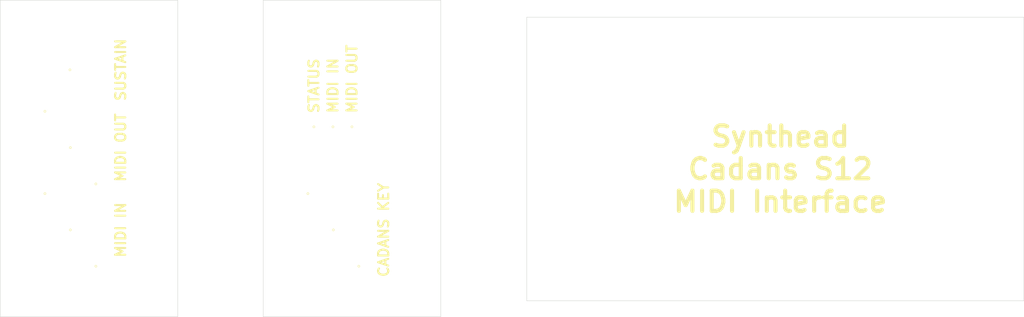
<source format=kicad_pcb>
(kicad_pcb (version 20171130) (host pcbnew 5.1.6)

  (general
    (thickness 1.6)
    (drawings 87)
    (tracks 0)
    (zones 0)
    (modules 0)
    (nets 1)
  )

  (page A4)
  (title_block
    (title "Synthead Cadans S12 MIDI Interface (enclosure)")
    (date 2020-08-24)
    (rev 1)
  )

  (layers
    (0 F.Cu signal)
    (31 B.Cu signal)
    (32 B.Adhes user)
    (33 F.Adhes user)
    (34 B.Paste user)
    (35 F.Paste user)
    (36 B.SilkS user)
    (37 F.SilkS user)
    (38 B.Mask user)
    (39 F.Mask user)
    (40 Dwgs.User user)
    (41 Cmts.User user)
    (42 Eco1.User user)
    (43 Eco2.User user)
    (44 Edge.Cuts user)
    (45 Margin user)
    (46 B.CrtYd user)
    (47 F.CrtYd user)
    (48 B.Fab user)
    (49 F.Fab user)
  )

  (setup
    (last_trace_width 0.25)
    (trace_clearance 0.2)
    (zone_clearance 0.508)
    (zone_45_only no)
    (trace_min 0.2)
    (via_size 0.8)
    (via_drill 0.4)
    (via_min_size 0.4)
    (via_min_drill 0.3)
    (uvia_size 0.3)
    (uvia_drill 0.1)
    (uvias_allowed no)
    (uvia_min_size 0.2)
    (uvia_min_drill 0.1)
    (edge_width 0.05)
    (segment_width 0.2)
    (pcb_text_width 0.3)
    (pcb_text_size 1.5 1.5)
    (mod_edge_width 0.12)
    (mod_text_size 1 1)
    (mod_text_width 0.15)
    (pad_size 1.524 1.524)
    (pad_drill 0.762)
    (pad_to_mask_clearance 0.05)
    (aux_axis_origin 0 0)
    (visible_elements FFFFFF7F)
    (pcbplotparams
      (layerselection 0x010fc_ffffffff)
      (usegerberextensions false)
      (usegerberattributes true)
      (usegerberadvancedattributes true)
      (creategerberjobfile true)
      (excludeedgelayer true)
      (linewidth 0.100000)
      (plotframeref false)
      (viasonmask false)
      (mode 1)
      (useauxorigin false)
      (hpglpennumber 1)
      (hpglpenspeed 20)
      (hpglpendiameter 15.000000)
      (psnegative false)
      (psa4output false)
      (plotreference true)
      (plotvalue true)
      (plotinvisibletext false)
      (padsonsilk false)
      (subtractmaskfromsilk false)
      (outputformat 1)
      (mirror false)
      (drillshape 1)
      (scaleselection 1)
      (outputdirectory ""))
  )

  (net 0 "")

  (net_class Default "This is the default net class."
    (clearance 0.2)
    (trace_width 0.25)
    (via_dia 0.8)
    (via_drill 0.4)
    (uvia_dia 0.3)
    (uvia_drill 0.1)
  )

  (gr_line (start 150.876 134.366) (end 150.876 63.246) (layer Edge.Cuts) (width 0.1) (tstamp 5F43EF28))
  (gr_line (start 275.336 134.366) (end 150.876 134.366) (layer Edge.Cuts) (width 0.1) (tstamp 5F43EF27))
  (gr_text "Synthead\nCadans S12\nMIDI Interface" (at 214.376 101.346) (layer F.SilkS) (tstamp 5F43EF26)
    (effects (font (size 5.08 5.08) (thickness 1.016)))
  )
  (gr_line (start 275.336 63.246) (end 275.336 134.366) (layer Edge.Cuts) (width 0.1) (tstamp 5F43EF25))
  (gr_line (start 150.876 63.246) (end 275.336 63.246) (layer Edge.Cuts) (width 0.1) (tstamp 5F43EF24))
  (gr_line (start 91.2495 65.3415) (end 91.2495 62.1665) (layer Dwgs.User) (width 0.15) (tstamp 5F43F0B0))
  (gr_line (start 122.9995 62.1665) (end 91.2495 62.1665) (layer Dwgs.User) (width 0.15) (tstamp 5F43F170))
  (gr_line (start 86.487 132.0165) (end 91.2495 132.0165) (layer Dwgs.User) (width 0.15) (tstamp 5F43F16D))
  (gr_line (start 86.487 65.3415) (end 86.487 132.0165) (layer Dwgs.User) (width 0.15) (tstamp 5F43F0FE))
  (gr_line (start 86.487 65.3415) (end 91.2495 65.3415) (layer Dwgs.User) (width 0.15) (tstamp 5F43F107))
  (gr_line (start 122.9995 135.1915) (end 122.9995 62.1665) (layer Dwgs.User) (width 0.15) (tstamp 5F43F10A))
  (gr_line (start 91.2495 135.1915) (end 122.9995 135.1915) (layer Dwgs.User) (width 0.15) (tstamp 5F43F0AD))
  (gr_line (start 129.3495 138.3665) (end 84.8995 138.3665) (layer Edge.Cuts) (width 0.1) (tstamp 5F43F104))
  (gr_line (start 129.3495 58.9915) (end 129.3495 138.3665) (layer Edge.Cuts) (width 0.1) (tstamp 5F43F101))
  (gr_line (start 91.2495 132.0165) (end 91.2495 135.1915) (layer Dwgs.User) (width 0.15) (tstamp 5F43F0C5))
  (gr_line (start 84.8995 138.3665) (end 84.8995 58.9915) (layer Edge.Cuts) (width 0.1) (tstamp 5F43F0C2))
  (gr_line (start 84.8995 58.9915) (end 129.3495 58.9915) (layer Edge.Cuts) (width 0.1) (tstamp 5F43F0BF))
  (gr_circle (center 107.1245 90.7415) (end 107.1245 90.4875) (layer F.SilkS) (width 0.12) (tstamp 5F43F0EF))
  (gr_circle (center 102.362 90.7415) (end 102.362 90.4875) (layer F.SilkS) (width 0.12) (tstamp 5F43F0EC))
  (gr_circle (center 97.5995 90.7415) (end 97.5995 90.4875) (layer F.SilkS) (width 0.12) (tstamp 5F43F0E9))
  (gr_text "MIDI OUT" (at 107.1245 87.5665 90) (layer F.SilkS) (tstamp 5F43F119)
    (effects (font (size 2.54 2.54) (thickness 0.508)) (justify left))
  )
  (gr_text "MIDI IN" (at 102.362 87.5665 90) (layer F.SilkS) (tstamp 5F43F116)
    (effects (font (size 2.54 2.54) (thickness 0.508)) (justify left))
  )
  (gr_text STATUS (at 97.5995 87.5665 90) (layer F.SilkS) (tstamp 5F43F113)
    (effects (font (size 2.54 2.54) (thickness 0.508)) (justify left))
  )
  (gr_circle (center 107.1245 90.7415) (end 108.712 90.7415) (layer Dwgs.User) (width 0.15) (tstamp 5F43F110))
  (gr_circle (center 102.362 90.7415) (end 103.9495 90.7415) (layer Dwgs.User) (width 0.15) (tstamp 5F43F125))
  (gr_circle (center 97.5995 90.7415) (end 99.187 90.7415) (layer Dwgs.User) (width 0.15) (tstamp 5F43F122))
  (gr_circle (center 108.848248 125.694631) (end 109.056312 125.548943) (layer F.SilkS) (width 0.12) (tstamp 5F43F11F))
  (gr_circle (center 96.100511 107.488977) (end 95.37207 106.448651) (layer Dwgs.User) (width 0.15) (tstamp 5F43F15E))
  (gr_line (start 98.70402 125.045778) (end 108.458396 127.905586) (layer Dwgs.User) (width 0.15) (tstamp 5F43F15B))
  (gr_circle (center 102.47438 116.591802) (end 102.682444 116.446116) (layer F.SilkS) (width 0.12) (tstamp 5F43F158))
  (gr_line (start 93.889554 107.099123) (end 93.240703 117.243354) (layer Dwgs.User) (width 0.15) (tstamp 5F43F0CE))
  (gr_arc (start 108.848248 125.694631) (end 108.458396 127.905586) (angle -90) (layer Dwgs.User) (width 0.15) (tstamp 5F43F0CB))
  (gr_arc (start 102.47438 116.591802) (end 93.240704 117.243355) (angle -61.92751306) (layer Dwgs.User) (width 0.15) (tstamp 5F43F0C8))
  (gr_circle (center 96.100511 107.488977) (end 96.308577 107.343288) (layer F.SilkS) (width 0.12) (tstamp 5F43F152))
  (gr_text "CADANS KEY" (at 115.062 116.586 90) (layer F.SilkS) (tstamp 5F43F14F)
    (effects (font (size 2.54 2.54) (thickness 0.508)))
  )
  (gr_line (start 111.059202 126.084482) (end 111.708056 115.940252) (layer Dwgs.User) (width 0.15) (tstamp 5F43F14C))
  (gr_circle (center 108.848248 125.694631) (end 108.119805 124.654307) (layer Dwgs.User) (width 0.15) (tstamp 5F43F149))
  (gr_arc (start 102.47438 116.591802) (end 111.708055 115.940252) (angle -61.92751306) (layer Dwgs.User) (width 0.15) (tstamp 5F43F1A0))
  (gr_circle (center 102.47438 116.591802) (end 108.976399 112.03904) (layer Dwgs.User) (width 0.15) (tstamp 5F43F19D))
  (gr_line (start 106.244741 108.137829) (end 96.490363 105.27802) (layer Dwgs.User) (width 0.15) (tstamp 5F43F19A))
  (gr_arc (start 96.100511 107.488977) (end 96.490363 105.27802) (angle -90) (layer Dwgs.User) (width 0.15) (tstamp 5F43F197))
  (gr_text SUSTAIN (at 49.2252 76.454 90) (layer F.SilkS) (tstamp 5F43F10D)
    (effects (font (size 2.54 2.54) (thickness 0.508)))
  )
  (gr_text "MIDI OUT" (at 49.2252 95.9485 90) (layer F.SilkS) (tstamp 5F43F11C)
    (effects (font (size 2.54 2.54) (thickness 0.508)))
  )
  (gr_text "MIDI IN" (at 49.2252 116.586 90) (layer F.SilkS) (tstamp 5F43F155)
    (effects (font (size 2.54 2.54) (thickness 0.508)))
  )
  (gr_circle (center 36.5252 76.454) (end 33.3502 76.454) (layer Dwgs.User) (width 0.15) (tstamp 5F43F16A))
  (gr_circle (center 36.5252 76.454) (end 46.0502 76.454) (layer Dwgs.User) (width 0.15) (tstamp 5F43F167))
  (gr_circle (center 36.5252 76.454) (end 36.5252 76.2) (layer F.SilkS) (width 0.12) (tstamp 5F43F164))
  (gr_circle (center 43.011448 105.057131) (end 43.219512 104.911443) (layer F.SilkS) (width 0.12) (tstamp 5F43F161))
  (gr_circle (center 30.263711 86.851477) (end 29.53527 85.811151) (layer Dwgs.User) (width 0.15) (tstamp 5F43F188))
  (gr_line (start 32.86722 104.408278) (end 42.621596 107.268086) (layer Dwgs.User) (width 0.15) (tstamp 5F43F185))
  (gr_circle (center 36.63758 95.954302) (end 36.845644 95.808616) (layer F.SilkS) (width 0.12) (tstamp 5F43F182))
  (gr_line (start 28.052754 86.461623) (end 27.403903 96.605854) (layer Dwgs.User) (width 0.15) (tstamp 5F43F17F))
  (gr_arc (start 43.011448 105.057131) (end 42.621596 107.268086) (angle -90) (layer Dwgs.User) (width 0.15) (tstamp 5F43F0E6))
  (gr_arc (start 36.63758 95.954302) (end 27.403904 96.605855) (angle -61.92751306) (layer Dwgs.User) (width 0.15) (tstamp 5F43F0E3))
  (gr_circle (center 30.263711 86.851477) (end 30.471777 86.705788) (layer F.SilkS) (width 0.12) (tstamp 5F43F0E0))
  (gr_line (start 45.222402 105.446982) (end 45.871256 95.302752) (layer Dwgs.User) (width 0.15) (tstamp 5F43F0DD))
  (gr_circle (center 43.011448 105.057131) (end 42.283005 104.016807) (layer Dwgs.User) (width 0.15) (tstamp 5F43F146))
  (gr_arc (start 36.63758 95.954302) (end 45.871255 95.302752) (angle -61.92751306) (layer Dwgs.User) (width 0.15) (tstamp 5F43F143))
  (gr_circle (center 36.63758 95.954302) (end 43.139599 91.40154) (layer Dwgs.User) (width 0.15) (tstamp 5F43F140))
  (gr_line (start 40.407941 87.500329) (end 30.653563 84.64052) (layer Dwgs.User) (width 0.15) (tstamp 5F43F13D))
  (gr_arc (start 30.263711 86.851477) (end 30.653563 84.64052) (angle -90) (layer Dwgs.User) (width 0.15) (tstamp 5F43F0FB))
  (gr_arc (start 43.011448 125.694631) (end 42.621596 127.905586) (angle -90) (layer Dwgs.User) (width 0.15) (tstamp 5F43F0F8))
  (gr_line (start 28.052754 107.099123) (end 27.403903 117.243354) (layer Dwgs.User) (width 0.15) (tstamp 5F43F0F5))
  (gr_line (start 32.86722 125.045778) (end 42.621596 127.905586) (layer Dwgs.User) (width 0.15) (tstamp 5F43F0F2))
  (gr_line (start 45.222402 126.084482) (end 45.871256 115.940252) (layer Dwgs.User) (width 0.15) (tstamp 5F43F17C))
  (gr_arc (start 36.63758 116.591802) (end 27.403904 117.243355) (angle -61.92751306) (layer Dwgs.User) (width 0.15) (tstamp 5F43F179))
  (gr_circle (center 36.63758 116.591802) (end 43.139599 112.03904) (layer Dwgs.User) (width 0.15) (tstamp 5F43F176))
  (gr_circle (center 43.011448 125.694631) (end 43.219512 125.548943) (layer F.SilkS) (width 0.12) (tstamp 5F43F173))
  (gr_line (start 40.407941 108.137829) (end 30.653563 105.27802) (layer Dwgs.User) (width 0.15) (tstamp 5F43F0BC))
  (gr_circle (center 30.263711 107.488977) (end 30.471777 107.343288) (layer F.SilkS) (width 0.12) (tstamp 5F43F0B9))
  (gr_circle (center 43.011448 125.694631) (end 42.283005 124.654307) (layer Dwgs.User) (width 0.15) (tstamp 5F43F0B6))
  (gr_circle (center 36.63758 116.591802) (end 36.845644 116.446116) (layer F.SilkS) (width 0.12) (tstamp 5F43F0B3))
  (gr_arc (start 36.63758 116.591802) (end 45.871255 115.940252) (angle -61.92751306) (layer Dwgs.User) (width 0.15) (tstamp 5F43F0DA))
  (gr_arc (start 30.263711 107.488977) (end 30.653563 105.27802) (angle -90) (layer Dwgs.User) (width 0.15) (tstamp 5F43F0D7))
  (gr_circle (center 30.263711 107.488977) (end 29.53527 106.448651) (layer Dwgs.User) (width 0.15) (tstamp 5F43F0D4))
  (gr_line (start 25.4127 132.0165) (end 25.4127 135.1915) (layer Dwgs.User) (width 0.15) (tstamp 5F43F0D1))
  (gr_line (start 20.6502 132.0165) (end 25.4127 132.0165) (layer Dwgs.User) (width 0.15) (tstamp 5F43F131))
  (gr_line (start 57.1627 135.1915) (end 57.1627 62.1665) (layer Dwgs.User) (width 0.15) (tstamp 5F43F12E))
  (gr_line (start 25.4127 135.1915) (end 57.1627 135.1915) (layer Dwgs.User) (width 0.15) (tstamp 5F43F12B))
  (gr_line (start 25.4127 65.3415) (end 25.4127 62.1665) (layer Dwgs.User) (width 0.15) (tstamp 5F43F128))
  (gr_line (start 20.6502 65.3415) (end 25.4127 65.3415) (layer Dwgs.User) (width 0.15) (tstamp 5F43F194))
  (gr_line (start 57.1627 62.1665) (end 25.4127 62.1665) (layer Dwgs.User) (width 0.15) (tstamp 5F43F191))
  (gr_line (start 20.6502 65.3415) (end 20.6502 132.0165) (layer Dwgs.User) (width 0.15) (tstamp 5F43F18E))
  (gr_line (start 19.0627 58.9915) (end 63.5127 58.9915) (layer Edge.Cuts) (width 0.1) (tstamp 5F43F18B))
  (gr_line (start 19.0627 138.3665) (end 19.0627 58.9915) (layer Edge.Cuts) (width 0.1) (tstamp 5F43F13A))
  (gr_line (start 63.5127 138.3665) (end 19.0627 138.3665) (layer Edge.Cuts) (width 0.1) (tstamp 5F43F137))
  (gr_line (start 63.5127 58.9915) (end 63.5127 138.3665) (layer Edge.Cuts) (width 0.1) (tstamp 5F43F134))

)

</source>
